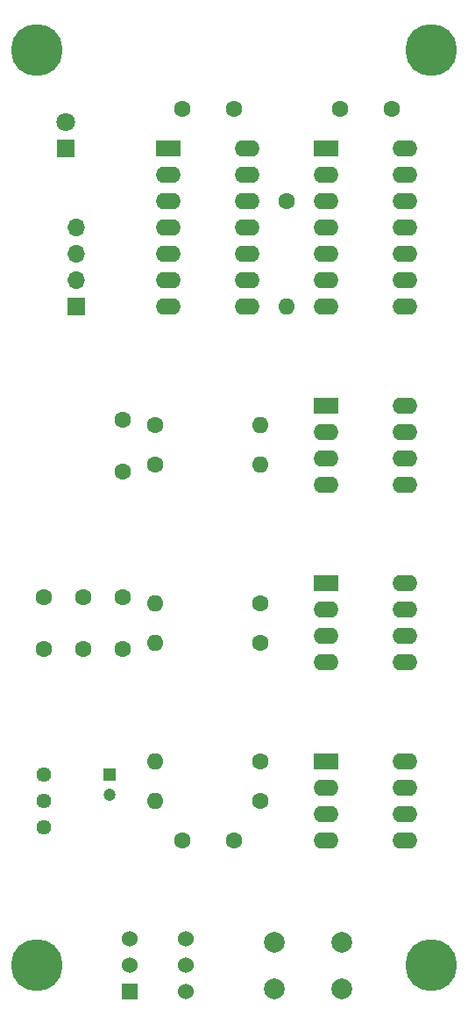
<source format=gts>
%TF.GenerationSoftware,KiCad,Pcbnew,(5.1.8)-1*%
%TF.CreationDate,2021-11-30T19:47:22+01:00*%
%TF.ProjectId,BE6502 Clock,42453635-3032-4204-936c-6f636b2e6b69,rev?*%
%TF.SameCoordinates,Original*%
%TF.FileFunction,Soldermask,Top*%
%TF.FilePolarity,Negative*%
%FSLAX46Y46*%
G04 Gerber Fmt 4.6, Leading zero omitted, Abs format (unit mm)*
G04 Created by KiCad (PCBNEW (5.1.8)-1) date 2021-11-30 19:47:22*
%MOMM*%
%LPD*%
G01*
G04 APERTURE LIST*
%ADD10C,5.000000*%
%ADD11C,1.600000*%
%ADD12O,1.600000X1.600000*%
%ADD13R,1.800000X1.800000*%
%ADD14C,1.800000*%
%ADD15C,1.440000*%
%ADD16C,2.000000*%
%ADD17R,2.400000X1.600000*%
%ADD18O,2.400000X1.600000*%
%ADD19R,1.200000X1.200000*%
%ADD20C,1.200000*%
%ADD21R,1.700000X1.700000*%
%ADD22O,1.700000X1.700000*%
%ADD23C,1.524000*%
%ADD24R,1.524000X1.524000*%
G04 APERTURE END LIST*
D10*
%TO.C,M1*%
X167005000Y-149225000D03*
%TD*%
%TO.C,M2*%
X128905000Y-149225000D03*
%TD*%
%TO.C,M3*%
X128905000Y-60960000D03*
%TD*%
%TO.C,M4*%
X167005000Y-60960000D03*
%TD*%
D11*
%TO.C,C1*%
X137160000Y-101600000D03*
X137160000Y-96600000D03*
%TD*%
%TO.C,C2*%
X133350000Y-118745000D03*
X133350000Y-113745000D03*
%TD*%
%TO.C,C3*%
X137160000Y-118745000D03*
X137160000Y-113745000D03*
%TD*%
%TO.C,C4*%
X147955000Y-66675000D03*
X142955000Y-66675000D03*
%TD*%
%TO.C,C5*%
X147955000Y-137160000D03*
X142955000Y-137160000D03*
%TD*%
%TO.C,R1*%
X150495000Y-133350000D03*
D12*
X140335000Y-133350000D03*
%TD*%
D11*
%TO.C,R2*%
X150495000Y-129540000D03*
D12*
X140335000Y-129540000D03*
%TD*%
D11*
%TO.C,R3*%
X150495000Y-114300000D03*
D12*
X140335000Y-114300000D03*
%TD*%
D11*
%TO.C,R6*%
X140335000Y-100965000D03*
D12*
X150495000Y-100965000D03*
%TD*%
D11*
%TO.C,R7*%
X153035000Y-75565000D03*
D12*
X153035000Y-85725000D03*
%TD*%
D13*
%TO.C,D1*%
X131699000Y-70485000D03*
D14*
X131699000Y-67945000D03*
%TD*%
D11*
%TO.C,R4*%
X150495000Y-118110000D03*
D12*
X140335000Y-118110000D03*
%TD*%
D11*
%TO.C,R5*%
X140335000Y-97155000D03*
D12*
X150495000Y-97155000D03*
%TD*%
D15*
%TO.C,RV1*%
X129540000Y-130810000D03*
X129540000Y-133350000D03*
X129540000Y-135890000D03*
%TD*%
D16*
%TO.C,SW1*%
X158369000Y-147011000D03*
X158369000Y-151511000D03*
X151869000Y-147011000D03*
X151869000Y-151511000D03*
%TD*%
D17*
%TO.C,U5*%
X141605000Y-70485000D03*
D18*
X149225000Y-85725000D03*
X141605000Y-73025000D03*
X149225000Y-83185000D03*
X141605000Y-75565000D03*
X149225000Y-80645000D03*
X141605000Y-78105000D03*
X149225000Y-78105000D03*
X141605000Y-80645000D03*
X149225000Y-75565000D03*
X141605000Y-83185000D03*
X149225000Y-73025000D03*
X141605000Y-85725000D03*
X149225000Y-70485000D03*
%TD*%
D19*
%TO.C,C6*%
X135890000Y-130810000D03*
D20*
X135890000Y-132810000D03*
%TD*%
D11*
%TO.C,C7*%
X163195000Y-66675000D03*
X158195000Y-66675000D03*
%TD*%
D21*
%TO.C,J1*%
X132715000Y-85725000D03*
D22*
X132715000Y-83185000D03*
X132715000Y-80645000D03*
X132715000Y-78105000D03*
%TD*%
D17*
%TO.C,U1*%
X156845000Y-129540000D03*
D18*
X164465000Y-137160000D03*
X156845000Y-132080000D03*
X164465000Y-134620000D03*
X156845000Y-134620000D03*
X164465000Y-132080000D03*
X156845000Y-137160000D03*
X164465000Y-129540000D03*
%TD*%
D17*
%TO.C,U2*%
X156845000Y-112395000D03*
D18*
X164465000Y-120015000D03*
X156845000Y-114935000D03*
X164465000Y-117475000D03*
X156845000Y-117475000D03*
X164465000Y-114935000D03*
X156845000Y-120015000D03*
X164465000Y-112395000D03*
%TD*%
D17*
%TO.C,U3*%
X156845000Y-95250000D03*
D18*
X164465000Y-102870000D03*
X156845000Y-97790000D03*
X164465000Y-100330000D03*
X156845000Y-100330000D03*
X164465000Y-97790000D03*
X156845000Y-102870000D03*
X164465000Y-95250000D03*
%TD*%
D17*
%TO.C,U4*%
X156845000Y-70485000D03*
D18*
X164465000Y-85725000D03*
X156845000Y-73025000D03*
X164465000Y-83185000D03*
X156845000Y-75565000D03*
X164465000Y-80645000D03*
X156845000Y-78105000D03*
X164465000Y-78105000D03*
X156845000Y-80645000D03*
X164465000Y-75565000D03*
X156845000Y-83185000D03*
X164465000Y-73025000D03*
X156845000Y-85725000D03*
X164465000Y-70485000D03*
%TD*%
D23*
%TO.C,SW2*%
X137864000Y-146685000D03*
X137864000Y-149225000D03*
D24*
X137864000Y-151765000D03*
D23*
X143314000Y-151765000D03*
X143314000Y-149225000D03*
X143314000Y-146685000D03*
%TD*%
D11*
%TO.C,C8*%
X129540000Y-118745000D03*
X129540000Y-113745000D03*
%TD*%
M02*

</source>
